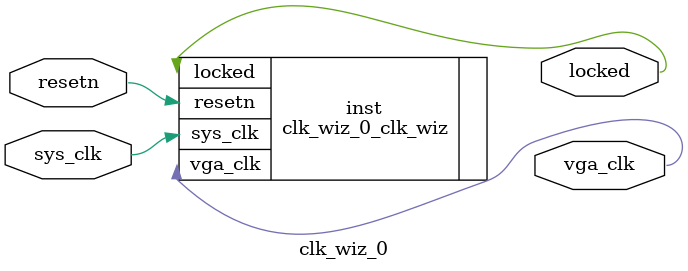
<source format=v>


`timescale 1ps/1ps

(* CORE_GENERATION_INFO = "clk_wiz_0,clk_wiz_v6_0_4_0_0,{component_name=clk_wiz_0,use_phase_alignment=true,use_min_o_jitter=false,use_max_i_jitter=false,use_dyn_phase_shift=false,use_inclk_switchover=false,use_dyn_reconfig=false,enable_axi=0,feedback_source=FDBK_AUTO,PRIMITIVE=PLL,num_out_clk=1,clkin1_period=20.000,clkin2_period=10.0,use_power_down=false,use_reset=true,use_locked=true,use_inclk_stopped=false,feedback_type=SINGLE,CLOCK_MGR_TYPE=NA,manual_override=false}" *)

module clk_wiz_0 
 (
  // Clock out ports
  output        vga_clk,
  // Status and control signals
  input         resetn,
  output        locked,
 // Clock in ports
  input         sys_clk
 );

  clk_wiz_0_clk_wiz inst
  (
  // Clock out ports  
  .vga_clk(vga_clk),
  // Status and control signals               
  .resetn(resetn), 
  .locked(locked),
 // Clock in ports
  .sys_clk(sys_clk)
  );

endmodule

</source>
